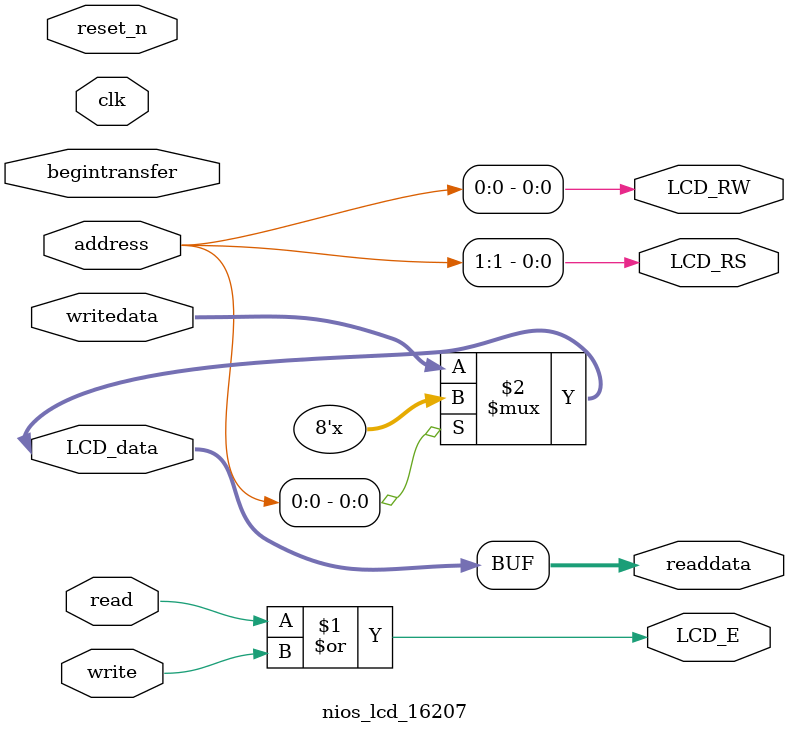
<source format=v>

`timescale 1ns / 1ps
// synthesis translate_on

// turn off superfluous verilog processor warnings 
// altera message_level Level1 
// altera message_off 10034 10035 10036 10037 10230 10240 10030 

module nios_lcd_16207 (
                        // inputs:
                         address,
                         begintransfer,
                         clk,
                         read,
                         reset_n,
                         write,
                         writedata,

                        // outputs:
                         LCD_E,
                         LCD_RS,
                         LCD_RW,
                         LCD_data,
                         readdata
                      )
;

  output           LCD_E;
  output           LCD_RS;
  output           LCD_RW;
  inout   [  7: 0] LCD_data;
  output  [  7: 0] readdata;
  input   [  1: 0] address;
  input            begintransfer;
  input            clk;
  input            read;
  input            reset_n;
  input            write;
  input   [  7: 0] writedata;

  wire             LCD_E;
  wire             LCD_RS;
  wire             LCD_RW;
  wire    [  7: 0] LCD_data;
  wire    [  7: 0] readdata;
  assign LCD_RW = address[0];
  assign LCD_RS = address[1];
  assign LCD_E = read | write;
  assign LCD_data = (address[0]) ? {8{1'bz}} : writedata;
  assign readdata = LCD_data;
  //control_slave, which is an e_avalon_slave

endmodule


</source>
